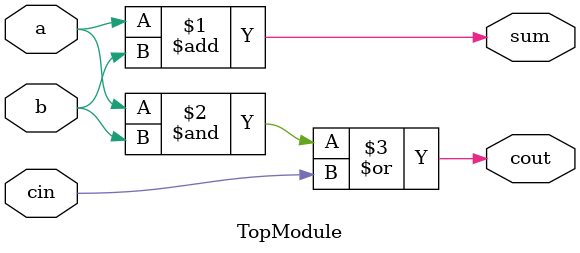
<source format=sv>

module TopModule (
  input a,
  input b,
  input cin,
  output cout,
  output sum
);
assign sum = a + b;
assign cout = a & b | cin;

endmodule

</source>
